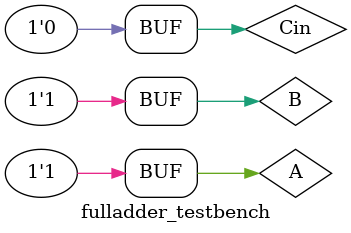
<source format=v>
module fulladder_testbench;
reg A,B,Cin;
wire S,C;
fulladder dut(.sum(S),.cout(C),.a(A),.b(B),.cin(Cin));
initial
begin
A = 0; B = 0; Cin=1; 
#10 A = 0; B = 1; Cin=0;
#10 A = 1; B = 0; Cin=1;
#10 A = 1; B = 1; Cin=0;
end

endmodule
</source>
